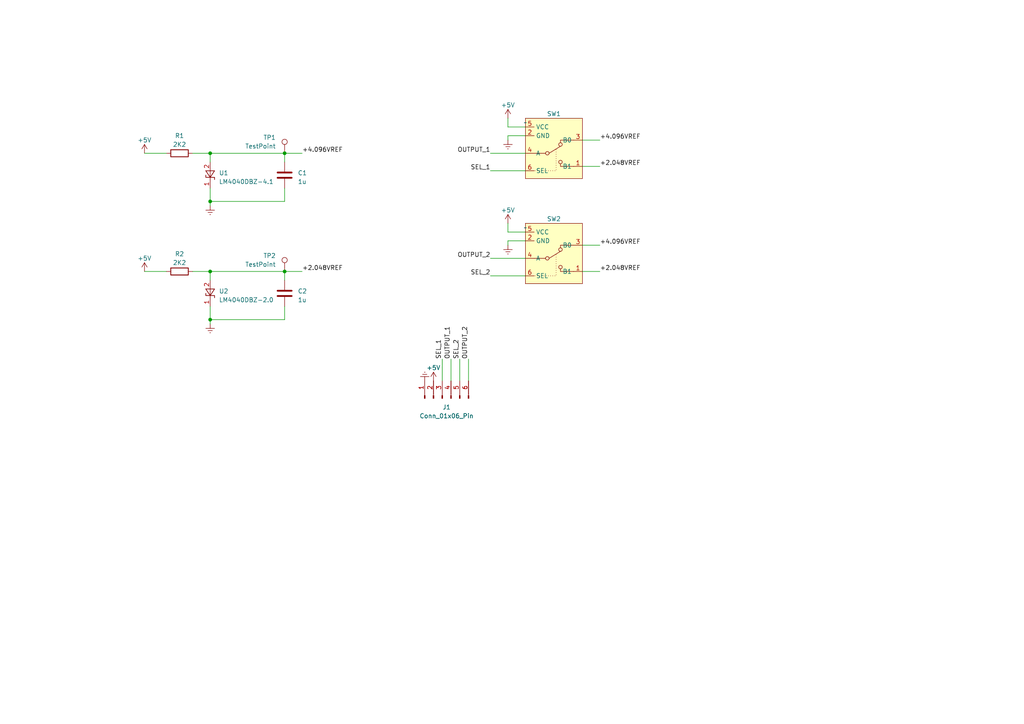
<source format=kicad_sch>
(kicad_sch (version 20230121) (generator eeschema)
  (paper "A4")
  (lib_symbols
    (symbol "Connector:Conn_01x06_Pin" (pin_names (offset 1.016) hide)
      (property "Reference" "J" (at 0 7.62 0))
      (property "Value" "Conn_01x06_Pin" (at 0 -10.16 0))
      (symbol "Conn_01x06_Pin_1_1"
        (polyline (pts (xy 1.27 -7.62) (xy 0.8636 -7.62)) (stroke (width 0.1524)))
        (polyline (pts (xy 1.27 -5.08) (xy 0.8636 -5.08)) (stroke (width 0.1524)))
        (polyline (pts (xy 1.27 -2.54) (xy 0.8636 -2.54)) (stroke (width 0.1524)))
        (polyline (pts (xy 1.27 0) (xy 0.8636 0)) (stroke (width 0.1524)))
        (polyline (pts (xy 1.27 2.54) (xy 0.8636 2.54)) (stroke (width 0.1524)))
        (polyline (pts (xy 1.27 5.08) (xy 0.8636 5.08)) (stroke (width 0.1524)))
        (rectangle (start 0.8636 -7.493) (end 0 -7.747) (stroke (width 0.1524)) (fill (type outline)))
        (rectangle (start 0.8636 -4.953) (end 0 -5.207) (stroke (width 0.1524)) (fill (type outline)))
        (rectangle (start 0.8636 -2.413) (end 0 -2.667) (stroke (width 0.1524)) (fill (type outline)))
        (rectangle (start 0.8636 0.127) (end 0 -0.127) (stroke (width 0.1524)) (fill (type outline)))
        (rectangle (start 0.8636 2.667) (end 0 2.413) (stroke (width 0.1524)) (fill (type outline)))
        (rectangle (start 0.8636 5.207) (end 0 4.953) (stroke (width 0.1524)) (fill (type outline)))
        (pin passive line (at 5.08 5.08 180) (length 3.81) (name "Pin_1") (number "1"))
        (pin passive line (at 5.08 2.54 180) (length 3.81) (name "Pin_2") (number "2"))
        (pin passive line (at 5.08 0 180) (length 3.81) (name "Pin_3") (number "3"))
        (pin passive line (at 5.08 -2.54 180) (length 3.81) (name "Pin_4") (number "4"))
        (pin passive line (at 5.08 -5.08 180) (length 3.81) (name "Pin_5") (number "5"))
        (pin passive line (at 5.08 -7.62 180) (length 3.81) (name "Pin_6") (number "6"))
      )
    )
    (symbol "Connector:TestPoint" (pin_numbers hide) (pin_names (offset 0.762) hide)
      (property "Reference" "TP" (at 0 6.858 0))
      (property "Value" "TestPoint" (at 0 5.08 0))
      (symbol "TestPoint_0_1"
        (circle (center 0 3.302) (radius 0.762))
      )
      (symbol "TestPoint_1_1"
        (pin passive line (at 0 0 90) (length 2.54) (name "1") (number "1"))
      )
    )
    (symbol "Device:C" (pin_numbers hide) (pin_names (offset 0.254))
      (property "Reference" "C" (at 0.635 2.54 0))
      (property "Value" "C" (at 0.635 -2.54 0))
      (symbol "C_0_1"
        (polyline (pts (xy -2.032 -0.762) (xy 2.032 -0.762)) (stroke (width 0.508)))
        (polyline (pts (xy -2.032 0.762) (xy 2.032 0.762)) (stroke (width 0.508)))
      )
      (symbol "C_1_1"
        (pin passive line (at 0 3.81 270) (length 2.794) (name "~") (number "1"))
        (pin passive line (at 0 -3.81 90) (length 2.794) (name "~") (number "2"))
      )
    )
    (symbol "Device:R" (pin_numbers hide) (pin_names (offset 0))
      (property "Reference" "R" (at 2.032 0 90))
      (property "Value" "R" (at 0 0 90))
      (symbol "R_0_1"
        (rectangle (start -1.016 -2.54) (end 1.016 2.54) (stroke (width 0.254)))
      )
      (symbol "R_1_1"
        (pin passive line (at 0 3.81 270) (length 1.27) (name "~") (number "1"))
        (pin passive line (at 0 -3.81 90) (length 1.27) (name "~") (number "2"))
      )
    )
    (symbol "Eurorack:WAS3157B"
      (property "Reference" "SW" (at 8.89 3.81 0))
      (symbol "WAS3157B_0_1"
        (polyline (pts (xy 5.842 -7.62) (xy 2.54 -7.62)))
        (polyline (pts (xy 6.858 -7.62) (xy 10.16 -5.588)))
        (polyline (pts (xy 8.89 -6.604) (xy 8.89 -12.7) (xy 2.54 -12.7)) (stroke (width 0) (type dot)))
        (polyline (pts (xy 13.97 -11.43) (xy 10.16 -11.43) (xy 10.16 -10.668)))
        (polyline (pts (xy 13.97 -3.81) (xy 10.16 -3.81) (xy 10.16 -4.572)))
        (rectangle (start 0 2.54) (end 16.51 -14.986) (fill (type background)))
        (circle (center 6.35 -7.62) (radius 0.508))
        (circle (center 10.16 -10.16) (radius 0.508))
        (circle (center 10.16 -5.08) (radius 0.508))
      )
      (symbol "WAS3157B_1_1"
        (pin input line (at 16.51 -11.43 180) (length 2.54) (name "B1") (number "1"))
        (pin power_in line (at 0 -2.54 0) (length 2.54) (name "GND") (number "2"))
        (pin input line (at 16.51 -3.81 180) (length 2.54) (name "B0") (number "3"))
        (pin input line (at 0 -7.62 0) (length 2.54) (name "A") (number "4"))
        (pin power_in line (at 0 0 0) (length 2.54) (name "VCC") (number "5"))
        (pin power_in line (at 0 -12.7 0) (length 2.54) (name "SEL") (number "6"))
      )
    )
    (symbol "Reference_Voltage:LM4040DBZ-2.0" (pin_names (offset 0.0254) hide)
      (property "Reference" "U" (at 0 2.54 0))
      (property "Value" "LM4040DBZ-2.0" (at 0 -3.175 0))
      (symbol "LM4040DBZ-2.0_0_1"
        (polyline (pts (xy -1.27 0) (xy 0 0) (xy 1.27 0)))
        (polyline (pts (xy -1.27 -1.27) (xy 0.635 0) (xy -1.27 1.27) (xy -1.27 -1.27)) (stroke (width 0.2032)))
        (polyline (pts (xy 0 -1.27) (xy 0.635 -1.27) (xy 0.635 1.27) (xy 1.27 1.27)) (stroke (width 0.2032)))
      )
      (symbol "LM4040DBZ-2.0_1_1"
        (pin passive line (at 3.81 0 180) (length 2.54) (name "K") (number "1"))
        (pin passive line (at -3.81 0 0) (length 2.54) (name "A") (number "2"))
      )
    )
    (symbol "Reference_Voltage:LM4040DBZ-4.1" (pin_names (offset 0.0254) hide)
      (property "Reference" "U" (at 0 2.54 0))
      (property "Value" "LM4040DBZ-4.1" (at 0 -3.175 0))
      (symbol "LM4040DBZ-4.1_0_1"
        (polyline (pts (xy -1.27 0) (xy 0 0) (xy 1.27 0)))
        (polyline (pts (xy -1.27 -1.27) (xy 0.635 0) (xy -1.27 1.27) (xy -1.27 -1.27)) (stroke (width 0.2032)))
        (polyline (pts (xy 0 -1.27) (xy 0.635 -1.27) (xy 0.635 1.27) (xy 1.27 1.27)) (stroke (width 0.2032)))
      )
      (symbol "LM4040DBZ-4.1_1_1"
        (pin passive line (at 3.81 0 180) (length 2.54) (name "K") (number "1"))
        (pin passive line (at -3.81 0 0) (length 2.54) (name "A") (number "2"))
      )
    )
    (symbol "power:+5V" (power) (pin_names (offset 0))
      (property "Value" "+5V" (at 0 3.556 0))
      (symbol "+5V_0_1"
        (polyline (pts (xy -0.762 1.27) (xy 0 2.54)))
        (polyline (pts (xy 0 0) (xy 0 2.54)))
        (polyline (pts (xy 0 2.54) (xy 0.762 1.27)))
      )
      (symbol "+5V_1_1"
        (pin power_in line (at 0 0 90) (length 0) hide (name "+5V") (number "1"))
      )
    )
    (symbol "power:Earth" (power) (pin_names (offset 0))
      (symbol "Earth_0_1"
        (polyline (pts (xy -0.635 -1.905) (xy 0.635 -1.905)))
        (polyline (pts (xy -0.127 -2.54) (xy 0.127 -2.54)))
        (polyline (pts (xy 0 -1.27) (xy 0 0)))
        (polyline (pts (xy 1.27 -1.27) (xy -1.27 -1.27)))
      )
      (symbol "Earth_1_1"
        (pin power_in line (at 0 0 270) (length 0) hide (name "Earth") (number "1"))
      )
    )
  )
  (junction (at 82.55 44.45))
  (junction (at 60.96 58.42))
  (junction (at 60.96 92.71))
  (junction (at 60.96 78.74))
  (junction (at 82.55 78.74))
  (junction (at 60.96 44.45))
  (wire (pts (xy 82.55 78.74) (xy 87.63 78.74)))
  (wire (pts (xy 41.91 44.45) (xy 48.26 44.45)))
  (wire (pts (xy 173.99 71.12) (xy 168.91 71.12)))
  (wire (pts (xy 168.91 78.74) (xy 173.99 78.74)))
  (wire (pts (xy 147.32 67.31) (xy 152.4 67.31)))
  (wire (pts (xy 142.24 44.45) (xy 152.4 44.45)))
  (wire (pts (xy 60.96 92.71) (xy 60.96 93.98)))
  (wire (pts (xy 142.24 80.01) (xy 152.4 80.01)))
  (wire (pts (xy 147.32 39.37) (xy 147.32 40.64)))
  (wire (pts (xy 130.81 104.14) (xy 130.81 110.49)))
  (wire (pts (xy 60.96 44.45) (xy 82.55 44.45)))
  (wire (pts (xy 142.24 49.53) (xy 152.4 49.53)))
  (wire (pts (xy 60.96 46.99) (xy 60.96 44.45)))
  (wire (pts (xy 147.32 36.83) (xy 152.4 36.83)))
  (wire (pts (xy 142.24 74.93) (xy 152.4 74.93)))
  (wire (pts (xy 60.96 44.45) (xy 55.88 44.45)))
  (wire (pts (xy 82.55 54.61) (xy 82.55 58.42)))
  (wire (pts (xy 82.55 81.28) (xy 82.55 78.74)))
  (wire (pts (xy 135.89 104.14) (xy 135.89 110.49)))
  (wire (pts (xy 152.4 39.37) (xy 147.32 39.37)))
  (wire (pts (xy 60.96 81.28) (xy 60.96 78.74)))
  (wire (pts (xy 82.55 44.45) (xy 87.63 44.45)))
  (wire (pts (xy 133.35 104.14) (xy 133.35 110.49)))
  (wire (pts (xy 60.96 58.42) (xy 60.96 59.69)))
  (wire (pts (xy 147.32 69.85) (xy 147.32 71.12)))
  (wire (pts (xy 147.32 34.29) (xy 147.32 36.83)))
  (wire (pts (xy 128.27 104.14) (xy 128.27 110.49)))
  (wire (pts (xy 147.32 64.77) (xy 147.32 67.31)))
  (wire (pts (xy 173.99 40.64) (xy 168.91 40.64)))
  (wire (pts (xy 82.55 46.99) (xy 82.55 44.45)))
  (wire (pts (xy 60.96 54.61) (xy 60.96 58.42)))
  (wire (pts (xy 60.96 78.74) (xy 82.55 78.74)))
  (wire (pts (xy 82.55 88.9) (xy 82.55 92.71)))
  (wire (pts (xy 82.55 92.71) (xy 60.96 92.71)))
  (wire (pts (xy 60.96 78.74) (xy 55.88 78.74)))
  (wire (pts (xy 82.55 58.42) (xy 60.96 58.42)))
  (wire (pts (xy 152.4 69.85) (xy 147.32 69.85)))
  (wire (pts (xy 60.96 88.9) (xy 60.96 92.71)))
  (wire (pts (xy 41.91 78.74) (xy 48.26 78.74)))
  (wire (pts (xy 168.91 48.26) (xy 173.99 48.26)))
  (label "SEL_1" (at 142.24 49.53 180))
  (label "+4.096VREF" (at 173.99 71.12 0))
  (label "+2.048VREF" (at 173.99 48.26 0))
  (label "+4.096VREF" (at 87.63 44.45 0))
  (label "+2.048VREF" (at 87.63 78.74 0))
  (label "SEL_1" (at 128.27 104.14 90))
  (label "+4.096VREF" (at 173.99 40.64 0))
  (label "OUTPUT_1" (at 142.24 44.45 180))
  (label "OUTPUT_2" (at 135.89 104.14 90))
  (label "SEL_2" (at 133.35 104.14 90))
  (label "+2.048VREF" (at 173.99 78.74 0))
  (label "OUTPUT_2" (at 142.24 74.93 180))
  (label "SEL_2" (at 142.24 80.01 180))
  (label "OUTPUT_1" (at 130.81 104.14 90))
  (symbol (lib_id "power:Earth") (at 60.96 93.98 0) (unit 1)
    (property "Reference" "#PWR06" (effects hide))
    (property "Value" "Earth" (effects hide))
  )
  (symbol (lib_id "Connector:Conn_01x06_Pin") (at 128.27 115.57 90) (unit 1)
    (property "Reference" "J1" (at 129.54 118.11 90))
    (property "Value" "Conn_01x06_Pin" (at 129.54 120.65 90))
    (property "Footprint" "Connector_PinHeader_2.54mm:PinHeader_1x06_P2.54mm_Vertical" (effects hide))
  )
  (symbol (lib_id "power:+5V") (at 41.91 78.74 0) (mirror y) (unit 1)
    (property "Reference" "#PWR05" (effects hide))
    (property "Value" "+5V" (at 41.91 74.93 0))
  )
  (symbol (lib_id "Device:R") (at 52.07 78.74 270) (unit 1)
    (property "Reference" "R2" (at 52.07 73.66 90))
    (property "Value" "2K2" (at 52.07 76.2 90))
    (property "Footprint" "Resistor_SMD:R_0402_1005Metric" (effects hide))
    (property "JLC" "C25879" (effects hide))
  )
  (symbol (lib_id "Device:R") (at 52.07 44.45 270) (unit 1)
    (property "Reference" "R1" (at 52.07 39.37 90))
    (property "Value" "2K2" (at 52.07 41.91 90))
    (property "Footprint" "Resistor_SMD:R_0402_1005Metric" (effects hide))
    (property "JLC" "C25879" (effects hide))
  )
  (symbol (lib_id "power:Earth") (at 147.32 71.12 0) (unit 1)
    (property "Reference" "#PWR08" (effects hide))
    (property "Value" "Earth" (effects hide))
  )
  (symbol (lib_id "power:+5V") (at 41.91 44.45 0) (mirror y) (unit 1)
    (property "Reference" "#PWR03" (effects hide))
    (property "Value" "+5V" (at 41.91 40.64 0))
  )
  (symbol (lib_id "Eurorack:WAS3157B") (at 152.4 36.83 0) (unit 1)
    (property "Reference" "SW1" (at 160.655 33.02 0))
    (property "Value" "~" (at 152.4 35.56 0))
    (property "Footprint" "Package_TO_SOT_SMD:SOT-363_SC-70-6" (effects hide))
    (property "JLC" "C213161" (effects hide))
    (property "JLC Rotation Offset" "270" (effects hide))
  )
  (symbol (lib_id "Connector:TestPoint") (at 82.55 44.45 0) (mirror y) (unit 1)
    (property "Reference" "TP1" (at 80.01 39.878 0) (effects (justify left)))
    (property "Value" "TestPoint" (at 80.01 42.418 0) (effects (justify left)))
    (property "Footprint" "TestPoint:TestPoint_Pad_2.0x2.0mm" (effects hide))
  )
  (symbol (lib_id "Device:C") (at 82.55 50.8 0) (mirror y) (unit 1)
    (property "Reference" "C1" (at 86.36 50.165 0) (effects (justify right)))
    (property "Value" "1u" (at 86.36 52.705 0) (effects (justify right)))
    (property "Footprint" "Capacitor_SMD:C_0402_1005Metric" (effects hide))
    (property "JLC" "C52923" (effects hide))
  )
  (symbol (lib_id "Connector:TestPoint") (at 82.55 78.74 0) (mirror y) (unit 1)
    (property "Reference" "TP2" (at 80.01 74.168 0) (effects (justify left)))
    (property "Value" "TestPoint" (at 80.01 76.708 0) (effects (justify left)))
    (property "Footprint" "TestPoint:TestPoint_Pad_2.0x2.0mm" (effects hide))
  )
  (symbol (lib_id "Reference_Voltage:LM4040DBZ-2.0") (at 60.96 85.09 270) (unit 1)
    (property "Reference" "U2" (at 63.5 84.455 90) (effects (justify left)))
    (property "Value" "LM4040DBZ-2.0" (at 63.5 86.995 90) (effects (justify left)))
    (property "Footprint" "Package_TO_SOT_SMD:SOT-23" (effects hide))
    (property "Datasheet" "http://www.ti.com/lit/ds/symlink/lm4040-n.pdf" (effects hide))
    (property "JLC" "C144273" (effects hide))
    (property "JLC Rotation Offset" "180" (effects hide))
  )
  (symbol (lib_id "power:Earth") (at 123.19 110.49 180) (unit 1)
    (property "Reference" "#PWR09" (effects hide))
    (property "Value" "Earth" (effects hide))
  )
  (symbol (lib_id "Eurorack:WAS3157B") (at 152.4 67.31 0) (unit 1)
    (property "Reference" "SW2" (at 160.655 63.5 0))
    (property "Value" "~" (at 152.4 66.04 0))
    (property "Footprint" "Package_TO_SOT_SMD:SOT-363_SC-70-6" (effects hide))
    (property "JLC" "C213161" (effects hide))
    (property "JLC Rotation Offset" "270" (effects hide))
  )
  (symbol (lib_id "Reference_Voltage:LM4040DBZ-4.1") (at 60.96 50.8 270) (unit 1)
    (property "Reference" "U1" (at 63.5 50.165 90) (effects (justify left)))
    (property "Value" "LM4040DBZ-4.1" (at 63.5 52.705 90) (effects (justify left)))
    (property "Footprint" "Package_TO_SOT_SMD:SOT-23" (effects hide))
    (property "Datasheet" "http://www.ti.com/lit/ds/symlink/lm4040-n.pdf" (effects hide))
    (property "JLC" "C202194" (effects hide))
    (property "JLC Rotation Offset" "180" (effects hide))
  )
  (symbol (lib_id "power:Earth") (at 147.32 40.64 0) (unit 1)
    (property "Reference" "#PWR02" (effects hide))
    (property "Value" "Earth" (effects hide))
  )
  (symbol (lib_id "power:+5V") (at 147.32 64.77 0) (mirror y) (unit 1)
    (property "Reference" "#PWR07" (effects hide))
    (property "Value" "+5V" (at 147.32 60.96 0))
  )
  (symbol (lib_id "power:Earth") (at 60.96 59.69 0) (unit 1)
    (property "Reference" "#PWR04" (effects hide))
    (property "Value" "Earth" (effects hide))
  )
  (symbol (lib_id "power:+5V") (at 125.73 110.49 0) (mirror y) (unit 1)
    (property "Reference" "#PWR010" (effects hide))
    (property "Value" "+5V" (at 125.73 106.68 0))
  )
  (symbol (lib_id "power:+5V") (at 147.32 34.29 0) (mirror y) (unit 1)
    (property "Reference" "#PWR01" (effects hide))
    (property "Value" "+5V" (at 147.32 30.48 0))
  )
  (symbol (lib_id "Device:C") (at 82.55 85.09 0) (mirror y) (unit 1)
    (property "Reference" "C2" (at 86.36 84.455 0) (effects (justify right)))
    (property "Value" "1u" (at 86.36 86.995 0) (effects (justify right)))
    (property "Footprint" "Capacitor_SMD:C_0402_1005Metric" (effects hide))
    (property "JLC" "C52923" (effects hide))
  )
)
</source>
